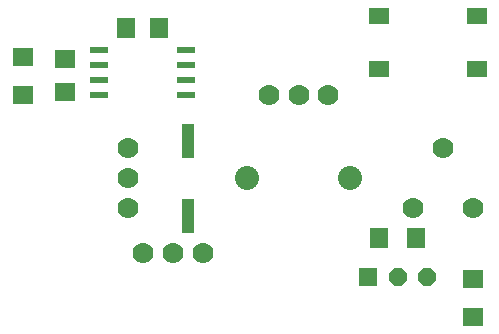
<source format=gbr>
G04 EAGLE Gerber RS-274X export*
G75*
%MOMM*%
%FSLAX34Y34*%
%LPD*%
%INSoldermask Top*%
%IPPOS*%
%AMOC8*
5,1,8,0,0,1.08239X$1,22.5*%
G01*
%ADD10C,1.778000*%
%ADD11C,2.032000*%
%ADD12R,1.600000X1.803000*%
%ADD13R,1.803000X1.600000*%
%ADD14R,1.800000X1.600000*%
%ADD15R,1.600000X1.800000*%
%ADD16R,1.524000X1.524000*%
%ADD17P,1.649562X8X292.500000*%
%ADD18R,1.549400X0.533400*%
%ADD19R,1.750000X1.400000*%
%ADD20R,1.000000X3.000000*%


D10*
X114300Y152400D03*
X114300Y177800D03*
X114300Y203200D03*
X259080Y247800D03*
X234080Y247800D03*
X284080Y247800D03*
D11*
X215080Y177800D03*
X303080Y177800D03*
D10*
X177800Y114300D03*
X152400Y114300D03*
X127000Y114300D03*
D12*
X327025Y127000D03*
X358775Y127000D03*
D13*
X406400Y60325D03*
X406400Y92075D03*
D14*
X60960Y250160D03*
X60960Y278160D03*
D15*
X113000Y304800D03*
X141000Y304800D03*
D10*
X406400Y152400D03*
X355600Y152400D03*
X381000Y203200D03*
D13*
X25400Y248285D03*
X25400Y280035D03*
D16*
X317900Y93980D03*
D17*
X342900Y93980D03*
X367900Y93980D03*
D18*
X89916Y285750D03*
X89916Y273050D03*
X89916Y260350D03*
X89916Y247650D03*
X164084Y247650D03*
X164084Y260350D03*
X164084Y273050D03*
X164084Y285750D03*
D19*
X409800Y314600D03*
X326800Y269600D03*
X409800Y269600D03*
X326800Y314600D03*
D20*
X165100Y145800D03*
X165100Y208800D03*
M02*

</source>
